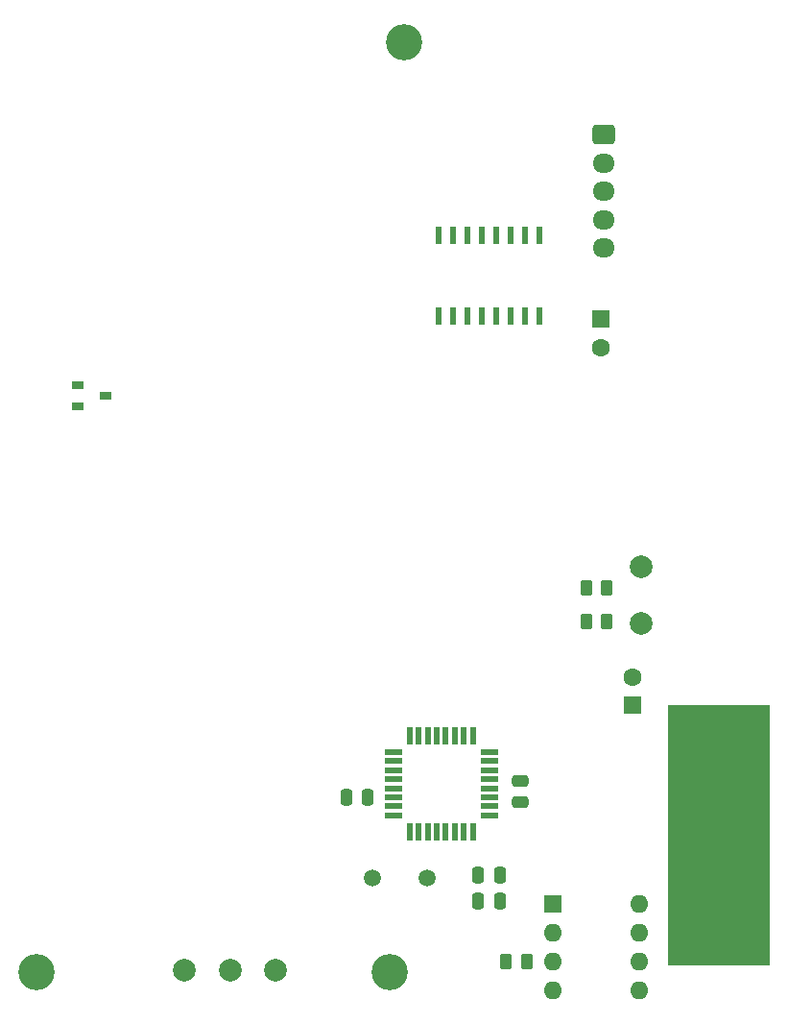
<source format=gbr>
%TF.GenerationSoftware,KiCad,Pcbnew,7.0.5*%
%TF.CreationDate,2024-09-11T17:05:46+02:00*%
%TF.ProjectId,ModuleController,4d6f6475-6c65-4436-9f6e-74726f6c6c65,rev?*%
%TF.SameCoordinates,Original*%
%TF.FileFunction,Soldermask,Top*%
%TF.FilePolarity,Negative*%
%FSLAX46Y46*%
G04 Gerber Fmt 4.6, Leading zero omitted, Abs format (unit mm)*
G04 Created by KiCad (PCBNEW 7.0.5) date 2024-09-11 17:05:46*
%MOMM*%
%LPD*%
G01*
G04 APERTURE LIST*
G04 Aperture macros list*
%AMRoundRect*
0 Rectangle with rounded corners*
0 $1 Rounding radius*
0 $2 $3 $4 $5 $6 $7 $8 $9 X,Y pos of 4 corners*
0 Add a 4 corners polygon primitive as box body*
4,1,4,$2,$3,$4,$5,$6,$7,$8,$9,$2,$3,0*
0 Add four circle primitives for the rounded corners*
1,1,$1+$1,$2,$3*
1,1,$1+$1,$4,$5*
1,1,$1+$1,$6,$7*
1,1,$1+$1,$8,$9*
0 Add four rect primitives between the rounded corners*
20,1,$1+$1,$2,$3,$4,$5,0*
20,1,$1+$1,$4,$5,$6,$7,0*
20,1,$1+$1,$6,$7,$8,$9,0*
20,1,$1+$1,$8,$9,$2,$3,0*%
G04 Aperture macros list end*
%ADD10C,0.100000*%
%ADD11RoundRect,0.250000X-0.262500X-0.450000X0.262500X-0.450000X0.262500X0.450000X-0.262500X0.450000X0*%
%ADD12C,2.000000*%
%ADD13RoundRect,0.250000X-0.250000X-0.475000X0.250000X-0.475000X0.250000X0.475000X-0.250000X0.475000X0*%
%ADD14RoundRect,0.250000X0.262500X0.450000X-0.262500X0.450000X-0.262500X-0.450000X0.262500X-0.450000X0*%
%ADD15R,1.600000X0.550000*%
%ADD16R,0.550000X1.600000*%
%ADD17R,1.000000X0.700000*%
%ADD18RoundRect,0.250000X-0.475000X0.250000X-0.475000X-0.250000X0.475000X-0.250000X0.475000X0.250000X0*%
%ADD19C,3.200000*%
%ADD20O,8.500000X1.524000*%
%ADD21O,1.950000X1.700000*%
%ADD22RoundRect,0.250000X-0.725000X0.600000X-0.725000X-0.600000X0.725000X-0.600000X0.725000X0.600000X0*%
%ADD23C,1.600000*%
%ADD24R,1.600000X1.600000*%
%ADD25RoundRect,0.250000X0.250000X0.475000X-0.250000X0.475000X-0.250000X-0.475000X0.250000X-0.475000X0*%
%ADD26C,1.500000*%
%ADD27R,0.600000X1.500000*%
%ADD28O,1.600000X1.600000*%
G04 APERTURE END LIST*
D10*
%TO.C,J6*%
X145857000Y-121920000D02*
X154747000Y-121920000D01*
X154747000Y-121920000D02*
X154747000Y-99060000D01*
X154747000Y-99060000D02*
X145857000Y-99060000D01*
X145857000Y-99060000D02*
X145857000Y-121920000D01*
G36*
X145857000Y-121920000D02*
G01*
X154747000Y-121920000D01*
X154747000Y-99060000D01*
X145857000Y-99060000D01*
X145857000Y-121920000D01*
G37*
%TD*%
D11*
%TO.C,R3*%
X138637000Y-91694000D03*
X140462000Y-91694000D03*
%TD*%
%TO.C,R2*%
X138637000Y-88744000D03*
X140462000Y-88744000D03*
%TD*%
D12*
%TO.C,F1*%
X143510000Y-91868000D03*
X143510000Y-86868000D03*
%TD*%
D13*
%TO.C,C6*%
X117480000Y-107188000D03*
X119380000Y-107188000D03*
%TD*%
D14*
%TO.C,R1*%
X133397000Y-121666000D03*
X131572000Y-121666000D03*
%TD*%
D15*
%TO.C,U4*%
X121588000Y-103186000D03*
X121588000Y-103986000D03*
X121588000Y-104786000D03*
X121588000Y-105586000D03*
X121588000Y-106386000D03*
X121588000Y-107186000D03*
X121588000Y-107986000D03*
X121588000Y-108786000D03*
D16*
X123038000Y-110236000D03*
X123838000Y-110236000D03*
X124638000Y-110236000D03*
X125438000Y-110236000D03*
X126238000Y-110236000D03*
X127038000Y-110236000D03*
X127838000Y-110236000D03*
X128638000Y-110236000D03*
D15*
X130088000Y-108786000D03*
X130088000Y-107986000D03*
X130088000Y-107186000D03*
X130088000Y-106386000D03*
X130088000Y-105586000D03*
X130088000Y-104786000D03*
X130088000Y-103986000D03*
X130088000Y-103186000D03*
D16*
X128638000Y-101736000D03*
X127838000Y-101736000D03*
X127038000Y-101736000D03*
X126238000Y-101736000D03*
X125438000Y-101736000D03*
X124638000Y-101736000D03*
X123838000Y-101736000D03*
X123038000Y-101736000D03*
%TD*%
D17*
%TO.C,U2*%
X93800000Y-70860000D03*
X93800000Y-72760000D03*
X96200000Y-71810000D03*
%TD*%
D12*
%TO.C,TP9*%
X111252000Y-122428000D03*
%TD*%
%TO.C,TP8*%
X107202000Y-122428000D03*
%TD*%
%TO.C,TP7*%
X103152000Y-122428000D03*
%TD*%
D18*
%TO.C,C5*%
X132842000Y-105730000D03*
X132842000Y-107630000D03*
%TD*%
D19*
%TO.C,H3*%
X122555000Y-40640000D03*
%TD*%
%TO.C,H2*%
X90170000Y-122555000D03*
%TD*%
%TO.C,H1*%
X121285000Y-122555000D03*
%TD*%
D20*
%TO.C,J6*%
X150175000Y-106680000D03*
X150175000Y-109220000D03*
X150175000Y-111760000D03*
X150175000Y-114300000D03*
X150175000Y-116840000D03*
X150175000Y-119380000D03*
%TD*%
D21*
%TO.C,J1*%
X140208000Y-58768000D03*
X140208000Y-56268000D03*
X140208000Y-53768000D03*
X140208000Y-51268000D03*
D22*
X140208000Y-48768000D03*
%TD*%
D23*
%TO.C,C2*%
X142748000Y-96560000D03*
D24*
X142748000Y-99060000D03*
%TD*%
D25*
%TO.C,C3*%
X129098000Y-116332000D03*
X130998000Y-116332000D03*
%TD*%
D26*
%TO.C,Y1*%
X124604000Y-114300000D03*
X119724000Y-114300000D03*
%TD*%
D23*
%TO.C,C1*%
X139954000Y-67524000D03*
D24*
X139954000Y-65024000D03*
%TD*%
D25*
%TO.C,C4*%
X129098000Y-114046000D03*
X130998000Y-114046000D03*
%TD*%
D27*
%TO.C,U1*%
X125603000Y-57664000D03*
X126873000Y-57664000D03*
X128143000Y-57664000D03*
X129413000Y-57664000D03*
X130683000Y-57664000D03*
X131953000Y-57664000D03*
X133223000Y-57664000D03*
X134493000Y-57664000D03*
X134493000Y-64764000D03*
X133223000Y-64764000D03*
X131953000Y-64764000D03*
X130683000Y-64764000D03*
X129413000Y-64764000D03*
X128143000Y-64764000D03*
X126873000Y-64764000D03*
X125603000Y-64764000D03*
%TD*%
D28*
%TO.C,U3*%
X143266000Y-116596000D03*
X143266000Y-119136000D03*
X143266000Y-121676000D03*
X143266000Y-124216000D03*
X135646000Y-124216000D03*
X135646000Y-121676000D03*
X135646000Y-119136000D03*
D24*
X135646000Y-116596000D03*
%TD*%
M02*

</source>
